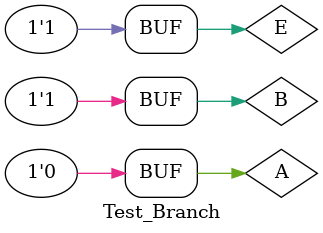
<source format=v>
`timescale 1ns / 1ps


module Test_Branch;

	// Inputs
	reg A;
	reg B;
	reg E;

	// Outputs
	wire D0;
	wire D1;
	wire D2;
	wire D3;

	// Instantiate the Unit Under Test (UUT)
	Decoder_2_to_4 uut (
		.A(A), 
		.B(B), 
		.E(E), 
		.D0(D0), 
		.D1(D1), 
		.D2(D2), 
		.D3(D3)
	);

	initial begin
		// Initialize Inputs
		A = 0;
		B = 0;
		E = 0;

		// Add stimulus here				
		A = 1'b0; B = 1'b0; E = 1'b1;	// Result  0
		#100;
		
		A = 1'b1; B = 1'b0; E = 1'b1;	// Result  2
		#100;
		
		A = 1'b0; B = 1'b1; E = 1'b1;	// Result  1
		#100;

	end
      
endmodule


</source>
